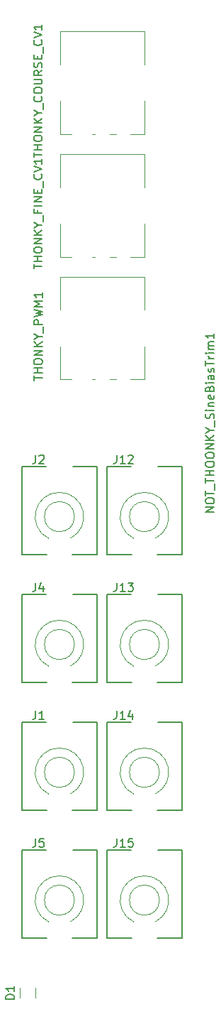
<source format=gbr>
%TF.GenerationSoftware,KiCad,Pcbnew,7.0.2*%
%TF.CreationDate,2023-06-12T17:36:46-04:00*%
%TF.ProjectId,as3340_no_mux,61733333-3430-45f6-9e6f-5f6d75782e6b,rev?*%
%TF.SameCoordinates,Original*%
%TF.FileFunction,Legend,Top*%
%TF.FilePolarity,Positive*%
%FSLAX46Y46*%
G04 Gerber Fmt 4.6, Leading zero omitted, Abs format (unit mm)*
G04 Created by KiCad (PCBNEW 7.0.2) date 2023-06-12 17:36:46*
%MOMM*%
%LPD*%
G01*
G04 APERTURE LIST*
%ADD10C,0.150000*%
%ADD11C,0.200000*%
%ADD12C,0.120000*%
G04 APERTURE END LIST*
D10*
%TO.C,J15*%
X189730476Y-126898619D02*
X189730476Y-127612904D01*
X189730476Y-127612904D02*
X189682857Y-127755761D01*
X189682857Y-127755761D02*
X189587619Y-127851000D01*
X189587619Y-127851000D02*
X189444762Y-127898619D01*
X189444762Y-127898619D02*
X189349524Y-127898619D01*
X190730476Y-127898619D02*
X190159048Y-127898619D01*
X190444762Y-127898619D02*
X190444762Y-126898619D01*
X190444762Y-126898619D02*
X190349524Y-127041476D01*
X190349524Y-127041476D02*
X190254286Y-127136714D01*
X190254286Y-127136714D02*
X190159048Y-127184333D01*
X191635238Y-126898619D02*
X191159048Y-126898619D01*
X191159048Y-126898619D02*
X191111429Y-127374809D01*
X191111429Y-127374809D02*
X191159048Y-127327190D01*
X191159048Y-127327190D02*
X191254286Y-127279571D01*
X191254286Y-127279571D02*
X191492381Y-127279571D01*
X191492381Y-127279571D02*
X191587619Y-127327190D01*
X191587619Y-127327190D02*
X191635238Y-127374809D01*
X191635238Y-127374809D02*
X191682857Y-127470047D01*
X191682857Y-127470047D02*
X191682857Y-127708142D01*
X191682857Y-127708142D02*
X191635238Y-127803380D01*
X191635238Y-127803380D02*
X191587619Y-127851000D01*
X191587619Y-127851000D02*
X191492381Y-127898619D01*
X191492381Y-127898619D02*
X191254286Y-127898619D01*
X191254286Y-127898619D02*
X191159048Y-127851000D01*
X191159048Y-127851000D02*
X191111429Y-127803380D01*
%TO.C,J1*%
X180046666Y-111658619D02*
X180046666Y-112372904D01*
X180046666Y-112372904D02*
X179999047Y-112515761D01*
X179999047Y-112515761D02*
X179903809Y-112611000D01*
X179903809Y-112611000D02*
X179760952Y-112658619D01*
X179760952Y-112658619D02*
X179665714Y-112658619D01*
X181046666Y-112658619D02*
X180475238Y-112658619D01*
X180760952Y-112658619D02*
X180760952Y-111658619D01*
X180760952Y-111658619D02*
X180665714Y-111801476D01*
X180665714Y-111801476D02*
X180570476Y-111896714D01*
X180570476Y-111896714D02*
X180475238Y-111944333D01*
%TO.C,J5*%
X180046666Y-126898619D02*
X180046666Y-127612904D01*
X180046666Y-127612904D02*
X179999047Y-127755761D01*
X179999047Y-127755761D02*
X179903809Y-127851000D01*
X179903809Y-127851000D02*
X179760952Y-127898619D01*
X179760952Y-127898619D02*
X179665714Y-127898619D01*
X180999047Y-126898619D02*
X180522857Y-126898619D01*
X180522857Y-126898619D02*
X180475238Y-127374809D01*
X180475238Y-127374809D02*
X180522857Y-127327190D01*
X180522857Y-127327190D02*
X180618095Y-127279571D01*
X180618095Y-127279571D02*
X180856190Y-127279571D01*
X180856190Y-127279571D02*
X180951428Y-127327190D01*
X180951428Y-127327190D02*
X180999047Y-127374809D01*
X180999047Y-127374809D02*
X181046666Y-127470047D01*
X181046666Y-127470047D02*
X181046666Y-127708142D01*
X181046666Y-127708142D02*
X180999047Y-127803380D01*
X180999047Y-127803380D02*
X180951428Y-127851000D01*
X180951428Y-127851000D02*
X180856190Y-127898619D01*
X180856190Y-127898619D02*
X180618095Y-127898619D01*
X180618095Y-127898619D02*
X180522857Y-127851000D01*
X180522857Y-127851000D02*
X180475238Y-127803380D01*
%TO.C,D1*%
X177482619Y-146026094D02*
X176482619Y-146026094D01*
X176482619Y-146026094D02*
X176482619Y-145787999D01*
X176482619Y-145787999D02*
X176530238Y-145645142D01*
X176530238Y-145645142D02*
X176625476Y-145549904D01*
X176625476Y-145549904D02*
X176720714Y-145502285D01*
X176720714Y-145502285D02*
X176911190Y-145454666D01*
X176911190Y-145454666D02*
X177054047Y-145454666D01*
X177054047Y-145454666D02*
X177244523Y-145502285D01*
X177244523Y-145502285D02*
X177339761Y-145549904D01*
X177339761Y-145549904D02*
X177435000Y-145645142D01*
X177435000Y-145645142D02*
X177482619Y-145787999D01*
X177482619Y-145787999D02*
X177482619Y-146026094D01*
X177482619Y-144502285D02*
X177482619Y-145073713D01*
X177482619Y-144787999D02*
X176482619Y-144787999D01*
X176482619Y-144787999D02*
X176625476Y-144883237D01*
X176625476Y-144883237D02*
X176720714Y-144978475D01*
X176720714Y-144978475D02*
X176768333Y-145073713D01*
%TO.C,J2*%
X180046666Y-81178619D02*
X180046666Y-81892904D01*
X180046666Y-81892904D02*
X179999047Y-82035761D01*
X179999047Y-82035761D02*
X179903809Y-82131000D01*
X179903809Y-82131000D02*
X179760952Y-82178619D01*
X179760952Y-82178619D02*
X179665714Y-82178619D01*
X180475238Y-81273857D02*
X180522857Y-81226238D01*
X180522857Y-81226238D02*
X180618095Y-81178619D01*
X180618095Y-81178619D02*
X180856190Y-81178619D01*
X180856190Y-81178619D02*
X180951428Y-81226238D01*
X180951428Y-81226238D02*
X180999047Y-81273857D01*
X180999047Y-81273857D02*
X181046666Y-81369095D01*
X181046666Y-81369095D02*
X181046666Y-81464333D01*
X181046666Y-81464333D02*
X180999047Y-81607190D01*
X180999047Y-81607190D02*
X180427619Y-82178619D01*
X180427619Y-82178619D02*
X181046666Y-82178619D01*
%TO.C,J12*%
X189730476Y-81178619D02*
X189730476Y-81892904D01*
X189730476Y-81892904D02*
X189682857Y-82035761D01*
X189682857Y-82035761D02*
X189587619Y-82131000D01*
X189587619Y-82131000D02*
X189444762Y-82178619D01*
X189444762Y-82178619D02*
X189349524Y-82178619D01*
X190730476Y-82178619D02*
X190159048Y-82178619D01*
X190444762Y-82178619D02*
X190444762Y-81178619D01*
X190444762Y-81178619D02*
X190349524Y-81321476D01*
X190349524Y-81321476D02*
X190254286Y-81416714D01*
X190254286Y-81416714D02*
X190159048Y-81464333D01*
X191111429Y-81273857D02*
X191159048Y-81226238D01*
X191159048Y-81226238D02*
X191254286Y-81178619D01*
X191254286Y-81178619D02*
X191492381Y-81178619D01*
X191492381Y-81178619D02*
X191587619Y-81226238D01*
X191587619Y-81226238D02*
X191635238Y-81273857D01*
X191635238Y-81273857D02*
X191682857Y-81369095D01*
X191682857Y-81369095D02*
X191682857Y-81464333D01*
X191682857Y-81464333D02*
X191635238Y-81607190D01*
X191635238Y-81607190D02*
X191063810Y-82178619D01*
X191063810Y-82178619D02*
X191682857Y-82178619D01*
%TO.C,THONKY_FINE_CV1*%
X179812619Y-58965237D02*
X179812619Y-58393809D01*
X180812619Y-58679523D02*
X179812619Y-58679523D01*
X180812619Y-58060475D02*
X179812619Y-58060475D01*
X180288809Y-58060475D02*
X180288809Y-57489047D01*
X180812619Y-57489047D02*
X179812619Y-57489047D01*
X179812619Y-56822380D02*
X179812619Y-56631904D01*
X179812619Y-56631904D02*
X179860238Y-56536666D01*
X179860238Y-56536666D02*
X179955476Y-56441428D01*
X179955476Y-56441428D02*
X180145952Y-56393809D01*
X180145952Y-56393809D02*
X180479285Y-56393809D01*
X180479285Y-56393809D02*
X180669761Y-56441428D01*
X180669761Y-56441428D02*
X180765000Y-56536666D01*
X180765000Y-56536666D02*
X180812619Y-56631904D01*
X180812619Y-56631904D02*
X180812619Y-56822380D01*
X180812619Y-56822380D02*
X180765000Y-56917618D01*
X180765000Y-56917618D02*
X180669761Y-57012856D01*
X180669761Y-57012856D02*
X180479285Y-57060475D01*
X180479285Y-57060475D02*
X180145952Y-57060475D01*
X180145952Y-57060475D02*
X179955476Y-57012856D01*
X179955476Y-57012856D02*
X179860238Y-56917618D01*
X179860238Y-56917618D02*
X179812619Y-56822380D01*
X180812619Y-55965237D02*
X179812619Y-55965237D01*
X179812619Y-55965237D02*
X180812619Y-55393809D01*
X180812619Y-55393809D02*
X179812619Y-55393809D01*
X180812619Y-54917618D02*
X179812619Y-54917618D01*
X180812619Y-54346190D02*
X180241190Y-54774761D01*
X179812619Y-54346190D02*
X180384047Y-54917618D01*
X180336428Y-53727142D02*
X180812619Y-53727142D01*
X179812619Y-54060475D02*
X180336428Y-53727142D01*
X180336428Y-53727142D02*
X179812619Y-53393809D01*
X180907857Y-53298571D02*
X180907857Y-52536666D01*
X180288809Y-51965237D02*
X180288809Y-52298570D01*
X180812619Y-52298570D02*
X179812619Y-52298570D01*
X179812619Y-52298570D02*
X179812619Y-51822380D01*
X180812619Y-51441427D02*
X179812619Y-51441427D01*
X180812619Y-50965237D02*
X179812619Y-50965237D01*
X179812619Y-50965237D02*
X180812619Y-50393809D01*
X180812619Y-50393809D02*
X179812619Y-50393809D01*
X180288809Y-49917618D02*
X180288809Y-49584285D01*
X180812619Y-49441428D02*
X180812619Y-49917618D01*
X180812619Y-49917618D02*
X179812619Y-49917618D01*
X179812619Y-49917618D02*
X179812619Y-49441428D01*
X180907857Y-49250952D02*
X180907857Y-48489047D01*
X180717380Y-47679523D02*
X180765000Y-47727142D01*
X180765000Y-47727142D02*
X180812619Y-47869999D01*
X180812619Y-47869999D02*
X180812619Y-47965237D01*
X180812619Y-47965237D02*
X180765000Y-48108094D01*
X180765000Y-48108094D02*
X180669761Y-48203332D01*
X180669761Y-48203332D02*
X180574523Y-48250951D01*
X180574523Y-48250951D02*
X180384047Y-48298570D01*
X180384047Y-48298570D02*
X180241190Y-48298570D01*
X180241190Y-48298570D02*
X180050714Y-48250951D01*
X180050714Y-48250951D02*
X179955476Y-48203332D01*
X179955476Y-48203332D02*
X179860238Y-48108094D01*
X179860238Y-48108094D02*
X179812619Y-47965237D01*
X179812619Y-47965237D02*
X179812619Y-47869999D01*
X179812619Y-47869999D02*
X179860238Y-47727142D01*
X179860238Y-47727142D02*
X179907857Y-47679523D01*
X179812619Y-47393808D02*
X180812619Y-47060475D01*
X180812619Y-47060475D02*
X179812619Y-46727142D01*
X180812619Y-45869999D02*
X180812619Y-46441427D01*
X180812619Y-46155713D02*
X179812619Y-46155713D01*
X179812619Y-46155713D02*
X179955476Y-46250951D01*
X179955476Y-46250951D02*
X180050714Y-46346189D01*
X180050714Y-46346189D02*
X180098333Y-46441427D01*
%TO.C,J13*%
X189730476Y-96418619D02*
X189730476Y-97132904D01*
X189730476Y-97132904D02*
X189682857Y-97275761D01*
X189682857Y-97275761D02*
X189587619Y-97371000D01*
X189587619Y-97371000D02*
X189444762Y-97418619D01*
X189444762Y-97418619D02*
X189349524Y-97418619D01*
X190730476Y-97418619D02*
X190159048Y-97418619D01*
X190444762Y-97418619D02*
X190444762Y-96418619D01*
X190444762Y-96418619D02*
X190349524Y-96561476D01*
X190349524Y-96561476D02*
X190254286Y-96656714D01*
X190254286Y-96656714D02*
X190159048Y-96704333D01*
X191063810Y-96418619D02*
X191682857Y-96418619D01*
X191682857Y-96418619D02*
X191349524Y-96799571D01*
X191349524Y-96799571D02*
X191492381Y-96799571D01*
X191492381Y-96799571D02*
X191587619Y-96847190D01*
X191587619Y-96847190D02*
X191635238Y-96894809D01*
X191635238Y-96894809D02*
X191682857Y-96990047D01*
X191682857Y-96990047D02*
X191682857Y-97228142D01*
X191682857Y-97228142D02*
X191635238Y-97323380D01*
X191635238Y-97323380D02*
X191587619Y-97371000D01*
X191587619Y-97371000D02*
X191492381Y-97418619D01*
X191492381Y-97418619D02*
X191206667Y-97418619D01*
X191206667Y-97418619D02*
X191111429Y-97371000D01*
X191111429Y-97371000D02*
X191063810Y-97323380D01*
%TO.C,J4*%
X180046666Y-96418619D02*
X180046666Y-97132904D01*
X180046666Y-97132904D02*
X179999047Y-97275761D01*
X179999047Y-97275761D02*
X179903809Y-97371000D01*
X179903809Y-97371000D02*
X179760952Y-97418619D01*
X179760952Y-97418619D02*
X179665714Y-97418619D01*
X180951428Y-96751952D02*
X180951428Y-97418619D01*
X180713333Y-96371000D02*
X180475238Y-97085285D01*
X180475238Y-97085285D02*
X181094285Y-97085285D01*
%TO.C,THONKY_COURSE_CV1*%
X179812619Y-45653571D02*
X179812619Y-45082143D01*
X180812619Y-45367857D02*
X179812619Y-45367857D01*
X180812619Y-44748809D02*
X179812619Y-44748809D01*
X180288809Y-44748809D02*
X180288809Y-44177381D01*
X180812619Y-44177381D02*
X179812619Y-44177381D01*
X179812619Y-43510714D02*
X179812619Y-43320238D01*
X179812619Y-43320238D02*
X179860238Y-43225000D01*
X179860238Y-43225000D02*
X179955476Y-43129762D01*
X179955476Y-43129762D02*
X180145952Y-43082143D01*
X180145952Y-43082143D02*
X180479285Y-43082143D01*
X180479285Y-43082143D02*
X180669761Y-43129762D01*
X180669761Y-43129762D02*
X180765000Y-43225000D01*
X180765000Y-43225000D02*
X180812619Y-43320238D01*
X180812619Y-43320238D02*
X180812619Y-43510714D01*
X180812619Y-43510714D02*
X180765000Y-43605952D01*
X180765000Y-43605952D02*
X180669761Y-43701190D01*
X180669761Y-43701190D02*
X180479285Y-43748809D01*
X180479285Y-43748809D02*
X180145952Y-43748809D01*
X180145952Y-43748809D02*
X179955476Y-43701190D01*
X179955476Y-43701190D02*
X179860238Y-43605952D01*
X179860238Y-43605952D02*
X179812619Y-43510714D01*
X180812619Y-42653571D02*
X179812619Y-42653571D01*
X179812619Y-42653571D02*
X180812619Y-42082143D01*
X180812619Y-42082143D02*
X179812619Y-42082143D01*
X180812619Y-41605952D02*
X179812619Y-41605952D01*
X180812619Y-41034524D02*
X180241190Y-41463095D01*
X179812619Y-41034524D02*
X180384047Y-41605952D01*
X180336428Y-40415476D02*
X180812619Y-40415476D01*
X179812619Y-40748809D02*
X180336428Y-40415476D01*
X180336428Y-40415476D02*
X179812619Y-40082143D01*
X180907857Y-39986905D02*
X180907857Y-39225000D01*
X180717380Y-38415476D02*
X180765000Y-38463095D01*
X180765000Y-38463095D02*
X180812619Y-38605952D01*
X180812619Y-38605952D02*
X180812619Y-38701190D01*
X180812619Y-38701190D02*
X180765000Y-38844047D01*
X180765000Y-38844047D02*
X180669761Y-38939285D01*
X180669761Y-38939285D02*
X180574523Y-38986904D01*
X180574523Y-38986904D02*
X180384047Y-39034523D01*
X180384047Y-39034523D02*
X180241190Y-39034523D01*
X180241190Y-39034523D02*
X180050714Y-38986904D01*
X180050714Y-38986904D02*
X179955476Y-38939285D01*
X179955476Y-38939285D02*
X179860238Y-38844047D01*
X179860238Y-38844047D02*
X179812619Y-38701190D01*
X179812619Y-38701190D02*
X179812619Y-38605952D01*
X179812619Y-38605952D02*
X179860238Y-38463095D01*
X179860238Y-38463095D02*
X179907857Y-38415476D01*
X179812619Y-37796428D02*
X179812619Y-37605952D01*
X179812619Y-37605952D02*
X179860238Y-37510714D01*
X179860238Y-37510714D02*
X179955476Y-37415476D01*
X179955476Y-37415476D02*
X180145952Y-37367857D01*
X180145952Y-37367857D02*
X180479285Y-37367857D01*
X180479285Y-37367857D02*
X180669761Y-37415476D01*
X180669761Y-37415476D02*
X180765000Y-37510714D01*
X180765000Y-37510714D02*
X180812619Y-37605952D01*
X180812619Y-37605952D02*
X180812619Y-37796428D01*
X180812619Y-37796428D02*
X180765000Y-37891666D01*
X180765000Y-37891666D02*
X180669761Y-37986904D01*
X180669761Y-37986904D02*
X180479285Y-38034523D01*
X180479285Y-38034523D02*
X180145952Y-38034523D01*
X180145952Y-38034523D02*
X179955476Y-37986904D01*
X179955476Y-37986904D02*
X179860238Y-37891666D01*
X179860238Y-37891666D02*
X179812619Y-37796428D01*
X179812619Y-36939285D02*
X180622142Y-36939285D01*
X180622142Y-36939285D02*
X180717380Y-36891666D01*
X180717380Y-36891666D02*
X180765000Y-36844047D01*
X180765000Y-36844047D02*
X180812619Y-36748809D01*
X180812619Y-36748809D02*
X180812619Y-36558333D01*
X180812619Y-36558333D02*
X180765000Y-36463095D01*
X180765000Y-36463095D02*
X180717380Y-36415476D01*
X180717380Y-36415476D02*
X180622142Y-36367857D01*
X180622142Y-36367857D02*
X179812619Y-36367857D01*
X180812619Y-35320238D02*
X180336428Y-35653571D01*
X180812619Y-35891666D02*
X179812619Y-35891666D01*
X179812619Y-35891666D02*
X179812619Y-35510714D01*
X179812619Y-35510714D02*
X179860238Y-35415476D01*
X179860238Y-35415476D02*
X179907857Y-35367857D01*
X179907857Y-35367857D02*
X180003095Y-35320238D01*
X180003095Y-35320238D02*
X180145952Y-35320238D01*
X180145952Y-35320238D02*
X180241190Y-35367857D01*
X180241190Y-35367857D02*
X180288809Y-35415476D01*
X180288809Y-35415476D02*
X180336428Y-35510714D01*
X180336428Y-35510714D02*
X180336428Y-35891666D01*
X180765000Y-34939285D02*
X180812619Y-34796428D01*
X180812619Y-34796428D02*
X180812619Y-34558333D01*
X180812619Y-34558333D02*
X180765000Y-34463095D01*
X180765000Y-34463095D02*
X180717380Y-34415476D01*
X180717380Y-34415476D02*
X180622142Y-34367857D01*
X180622142Y-34367857D02*
X180526904Y-34367857D01*
X180526904Y-34367857D02*
X180431666Y-34415476D01*
X180431666Y-34415476D02*
X180384047Y-34463095D01*
X180384047Y-34463095D02*
X180336428Y-34558333D01*
X180336428Y-34558333D02*
X180288809Y-34748809D01*
X180288809Y-34748809D02*
X180241190Y-34844047D01*
X180241190Y-34844047D02*
X180193571Y-34891666D01*
X180193571Y-34891666D02*
X180098333Y-34939285D01*
X180098333Y-34939285D02*
X180003095Y-34939285D01*
X180003095Y-34939285D02*
X179907857Y-34891666D01*
X179907857Y-34891666D02*
X179860238Y-34844047D01*
X179860238Y-34844047D02*
X179812619Y-34748809D01*
X179812619Y-34748809D02*
X179812619Y-34510714D01*
X179812619Y-34510714D02*
X179860238Y-34367857D01*
X180288809Y-33939285D02*
X180288809Y-33605952D01*
X180812619Y-33463095D02*
X180812619Y-33939285D01*
X180812619Y-33939285D02*
X179812619Y-33939285D01*
X179812619Y-33939285D02*
X179812619Y-33463095D01*
X180907857Y-33272619D02*
X180907857Y-32510714D01*
X180717380Y-31701190D02*
X180765000Y-31748809D01*
X180765000Y-31748809D02*
X180812619Y-31891666D01*
X180812619Y-31891666D02*
X180812619Y-31986904D01*
X180812619Y-31986904D02*
X180765000Y-32129761D01*
X180765000Y-32129761D02*
X180669761Y-32224999D01*
X180669761Y-32224999D02*
X180574523Y-32272618D01*
X180574523Y-32272618D02*
X180384047Y-32320237D01*
X180384047Y-32320237D02*
X180241190Y-32320237D01*
X180241190Y-32320237D02*
X180050714Y-32272618D01*
X180050714Y-32272618D02*
X179955476Y-32224999D01*
X179955476Y-32224999D02*
X179860238Y-32129761D01*
X179860238Y-32129761D02*
X179812619Y-31986904D01*
X179812619Y-31986904D02*
X179812619Y-31891666D01*
X179812619Y-31891666D02*
X179860238Y-31748809D01*
X179860238Y-31748809D02*
X179907857Y-31701190D01*
X179812619Y-31415475D02*
X180812619Y-31082142D01*
X180812619Y-31082142D02*
X179812619Y-30748809D01*
X180812619Y-29891666D02*
X180812619Y-30463094D01*
X180812619Y-30177380D02*
X179812619Y-30177380D01*
X179812619Y-30177380D02*
X179955476Y-30272618D01*
X179955476Y-30272618D02*
X180050714Y-30367856D01*
X180050714Y-30367856D02*
X180098333Y-30463094D01*
%TO.C,THONKY_PWM1*%
X179817619Y-72275713D02*
X179817619Y-71704285D01*
X180817619Y-71989999D02*
X179817619Y-71989999D01*
X180817619Y-71370951D02*
X179817619Y-71370951D01*
X180293809Y-71370951D02*
X180293809Y-70799523D01*
X180817619Y-70799523D02*
X179817619Y-70799523D01*
X179817619Y-70132856D02*
X179817619Y-69942380D01*
X179817619Y-69942380D02*
X179865238Y-69847142D01*
X179865238Y-69847142D02*
X179960476Y-69751904D01*
X179960476Y-69751904D02*
X180150952Y-69704285D01*
X180150952Y-69704285D02*
X180484285Y-69704285D01*
X180484285Y-69704285D02*
X180674761Y-69751904D01*
X180674761Y-69751904D02*
X180770000Y-69847142D01*
X180770000Y-69847142D02*
X180817619Y-69942380D01*
X180817619Y-69942380D02*
X180817619Y-70132856D01*
X180817619Y-70132856D02*
X180770000Y-70228094D01*
X180770000Y-70228094D02*
X180674761Y-70323332D01*
X180674761Y-70323332D02*
X180484285Y-70370951D01*
X180484285Y-70370951D02*
X180150952Y-70370951D01*
X180150952Y-70370951D02*
X179960476Y-70323332D01*
X179960476Y-70323332D02*
X179865238Y-70228094D01*
X179865238Y-70228094D02*
X179817619Y-70132856D01*
X180817619Y-69275713D02*
X179817619Y-69275713D01*
X179817619Y-69275713D02*
X180817619Y-68704285D01*
X180817619Y-68704285D02*
X179817619Y-68704285D01*
X180817619Y-68228094D02*
X179817619Y-68228094D01*
X180817619Y-67656666D02*
X180246190Y-68085237D01*
X179817619Y-67656666D02*
X180389047Y-68228094D01*
X180341428Y-67037618D02*
X180817619Y-67037618D01*
X179817619Y-67370951D02*
X180341428Y-67037618D01*
X180341428Y-67037618D02*
X179817619Y-66704285D01*
X180912857Y-66609047D02*
X180912857Y-65847142D01*
X180817619Y-65609046D02*
X179817619Y-65609046D01*
X179817619Y-65609046D02*
X179817619Y-65228094D01*
X179817619Y-65228094D02*
X179865238Y-65132856D01*
X179865238Y-65132856D02*
X179912857Y-65085237D01*
X179912857Y-65085237D02*
X180008095Y-65037618D01*
X180008095Y-65037618D02*
X180150952Y-65037618D01*
X180150952Y-65037618D02*
X180246190Y-65085237D01*
X180246190Y-65085237D02*
X180293809Y-65132856D01*
X180293809Y-65132856D02*
X180341428Y-65228094D01*
X180341428Y-65228094D02*
X180341428Y-65609046D01*
X179817619Y-64704284D02*
X180817619Y-64466189D01*
X180817619Y-64466189D02*
X180103333Y-64275713D01*
X180103333Y-64275713D02*
X180817619Y-64085237D01*
X180817619Y-64085237D02*
X179817619Y-63847142D01*
X180817619Y-63466189D02*
X179817619Y-63466189D01*
X179817619Y-63466189D02*
X180531904Y-63132856D01*
X180531904Y-63132856D02*
X179817619Y-62799523D01*
X179817619Y-62799523D02*
X180817619Y-62799523D01*
X180817619Y-61799523D02*
X180817619Y-62370951D01*
X180817619Y-62085237D02*
X179817619Y-62085237D01*
X179817619Y-62085237D02*
X179960476Y-62180475D01*
X179960476Y-62180475D02*
X180055714Y-62275713D01*
X180055714Y-62275713D02*
X180103333Y-62370951D01*
%TO.C,J14*%
X189730476Y-111658619D02*
X189730476Y-112372904D01*
X189730476Y-112372904D02*
X189682857Y-112515761D01*
X189682857Y-112515761D02*
X189587619Y-112611000D01*
X189587619Y-112611000D02*
X189444762Y-112658619D01*
X189444762Y-112658619D02*
X189349524Y-112658619D01*
X190730476Y-112658619D02*
X190159048Y-112658619D01*
X190444762Y-112658619D02*
X190444762Y-111658619D01*
X190444762Y-111658619D02*
X190349524Y-111801476D01*
X190349524Y-111801476D02*
X190254286Y-111896714D01*
X190254286Y-111896714D02*
X190159048Y-111944333D01*
X191587619Y-111991952D02*
X191587619Y-112658619D01*
X191349524Y-111611000D02*
X191111429Y-112325285D01*
X191111429Y-112325285D02*
X191730476Y-112325285D01*
%TO.C,NOT_THOONKY_SineBiasTrim1*%
X201373619Y-87972047D02*
X200373619Y-87972047D01*
X200373619Y-87972047D02*
X201373619Y-87400619D01*
X201373619Y-87400619D02*
X200373619Y-87400619D01*
X200373619Y-86733952D02*
X200373619Y-86543476D01*
X200373619Y-86543476D02*
X200421238Y-86448238D01*
X200421238Y-86448238D02*
X200516476Y-86353000D01*
X200516476Y-86353000D02*
X200706952Y-86305381D01*
X200706952Y-86305381D02*
X201040285Y-86305381D01*
X201040285Y-86305381D02*
X201230761Y-86353000D01*
X201230761Y-86353000D02*
X201326000Y-86448238D01*
X201326000Y-86448238D02*
X201373619Y-86543476D01*
X201373619Y-86543476D02*
X201373619Y-86733952D01*
X201373619Y-86733952D02*
X201326000Y-86829190D01*
X201326000Y-86829190D02*
X201230761Y-86924428D01*
X201230761Y-86924428D02*
X201040285Y-86972047D01*
X201040285Y-86972047D02*
X200706952Y-86972047D01*
X200706952Y-86972047D02*
X200516476Y-86924428D01*
X200516476Y-86924428D02*
X200421238Y-86829190D01*
X200421238Y-86829190D02*
X200373619Y-86733952D01*
X200373619Y-86019666D02*
X200373619Y-85448238D01*
X201373619Y-85733952D02*
X200373619Y-85733952D01*
X201468857Y-85353000D02*
X201468857Y-84591095D01*
X200373619Y-84495856D02*
X200373619Y-83924428D01*
X201373619Y-84210142D02*
X200373619Y-84210142D01*
X201373619Y-83591094D02*
X200373619Y-83591094D01*
X200849809Y-83591094D02*
X200849809Y-83019666D01*
X201373619Y-83019666D02*
X200373619Y-83019666D01*
X200373619Y-82352999D02*
X200373619Y-82162523D01*
X200373619Y-82162523D02*
X200421238Y-82067285D01*
X200421238Y-82067285D02*
X200516476Y-81972047D01*
X200516476Y-81972047D02*
X200706952Y-81924428D01*
X200706952Y-81924428D02*
X201040285Y-81924428D01*
X201040285Y-81924428D02*
X201230761Y-81972047D01*
X201230761Y-81972047D02*
X201326000Y-82067285D01*
X201326000Y-82067285D02*
X201373619Y-82162523D01*
X201373619Y-82162523D02*
X201373619Y-82352999D01*
X201373619Y-82352999D02*
X201326000Y-82448237D01*
X201326000Y-82448237D02*
X201230761Y-82543475D01*
X201230761Y-82543475D02*
X201040285Y-82591094D01*
X201040285Y-82591094D02*
X200706952Y-82591094D01*
X200706952Y-82591094D02*
X200516476Y-82543475D01*
X200516476Y-82543475D02*
X200421238Y-82448237D01*
X200421238Y-82448237D02*
X200373619Y-82352999D01*
X200373619Y-81305380D02*
X200373619Y-81114904D01*
X200373619Y-81114904D02*
X200421238Y-81019666D01*
X200421238Y-81019666D02*
X200516476Y-80924428D01*
X200516476Y-80924428D02*
X200706952Y-80876809D01*
X200706952Y-80876809D02*
X201040285Y-80876809D01*
X201040285Y-80876809D02*
X201230761Y-80924428D01*
X201230761Y-80924428D02*
X201326000Y-81019666D01*
X201326000Y-81019666D02*
X201373619Y-81114904D01*
X201373619Y-81114904D02*
X201373619Y-81305380D01*
X201373619Y-81305380D02*
X201326000Y-81400618D01*
X201326000Y-81400618D02*
X201230761Y-81495856D01*
X201230761Y-81495856D02*
X201040285Y-81543475D01*
X201040285Y-81543475D02*
X200706952Y-81543475D01*
X200706952Y-81543475D02*
X200516476Y-81495856D01*
X200516476Y-81495856D02*
X200421238Y-81400618D01*
X200421238Y-81400618D02*
X200373619Y-81305380D01*
X201373619Y-80448237D02*
X200373619Y-80448237D01*
X200373619Y-80448237D02*
X201373619Y-79876809D01*
X201373619Y-79876809D02*
X200373619Y-79876809D01*
X201373619Y-79400618D02*
X200373619Y-79400618D01*
X201373619Y-78829190D02*
X200802190Y-79257761D01*
X200373619Y-78829190D02*
X200945047Y-79400618D01*
X200897428Y-78210142D02*
X201373619Y-78210142D01*
X200373619Y-78543475D02*
X200897428Y-78210142D01*
X200897428Y-78210142D02*
X200373619Y-77876809D01*
X201468857Y-77781571D02*
X201468857Y-77019666D01*
X201326000Y-76829189D02*
X201373619Y-76686332D01*
X201373619Y-76686332D02*
X201373619Y-76448237D01*
X201373619Y-76448237D02*
X201326000Y-76352999D01*
X201326000Y-76352999D02*
X201278380Y-76305380D01*
X201278380Y-76305380D02*
X201183142Y-76257761D01*
X201183142Y-76257761D02*
X201087904Y-76257761D01*
X201087904Y-76257761D02*
X200992666Y-76305380D01*
X200992666Y-76305380D02*
X200945047Y-76352999D01*
X200945047Y-76352999D02*
X200897428Y-76448237D01*
X200897428Y-76448237D02*
X200849809Y-76638713D01*
X200849809Y-76638713D02*
X200802190Y-76733951D01*
X200802190Y-76733951D02*
X200754571Y-76781570D01*
X200754571Y-76781570D02*
X200659333Y-76829189D01*
X200659333Y-76829189D02*
X200564095Y-76829189D01*
X200564095Y-76829189D02*
X200468857Y-76781570D01*
X200468857Y-76781570D02*
X200421238Y-76733951D01*
X200421238Y-76733951D02*
X200373619Y-76638713D01*
X200373619Y-76638713D02*
X200373619Y-76400618D01*
X200373619Y-76400618D02*
X200421238Y-76257761D01*
X201373619Y-75829189D02*
X200706952Y-75829189D01*
X200373619Y-75829189D02*
X200421238Y-75876808D01*
X200421238Y-75876808D02*
X200468857Y-75829189D01*
X200468857Y-75829189D02*
X200421238Y-75781570D01*
X200421238Y-75781570D02*
X200373619Y-75829189D01*
X200373619Y-75829189D02*
X200468857Y-75829189D01*
X200706952Y-75352999D02*
X201373619Y-75352999D01*
X200802190Y-75352999D02*
X200754571Y-75305380D01*
X200754571Y-75305380D02*
X200706952Y-75210142D01*
X200706952Y-75210142D02*
X200706952Y-75067285D01*
X200706952Y-75067285D02*
X200754571Y-74972047D01*
X200754571Y-74972047D02*
X200849809Y-74924428D01*
X200849809Y-74924428D02*
X201373619Y-74924428D01*
X201326000Y-74067285D02*
X201373619Y-74162523D01*
X201373619Y-74162523D02*
X201373619Y-74352999D01*
X201373619Y-74352999D02*
X201326000Y-74448237D01*
X201326000Y-74448237D02*
X201230761Y-74495856D01*
X201230761Y-74495856D02*
X200849809Y-74495856D01*
X200849809Y-74495856D02*
X200754571Y-74448237D01*
X200754571Y-74448237D02*
X200706952Y-74352999D01*
X200706952Y-74352999D02*
X200706952Y-74162523D01*
X200706952Y-74162523D02*
X200754571Y-74067285D01*
X200754571Y-74067285D02*
X200849809Y-74019666D01*
X200849809Y-74019666D02*
X200945047Y-74019666D01*
X200945047Y-74019666D02*
X201040285Y-74495856D01*
X200849809Y-73257761D02*
X200897428Y-73114904D01*
X200897428Y-73114904D02*
X200945047Y-73067285D01*
X200945047Y-73067285D02*
X201040285Y-73019666D01*
X201040285Y-73019666D02*
X201183142Y-73019666D01*
X201183142Y-73019666D02*
X201278380Y-73067285D01*
X201278380Y-73067285D02*
X201326000Y-73114904D01*
X201326000Y-73114904D02*
X201373619Y-73210142D01*
X201373619Y-73210142D02*
X201373619Y-73591094D01*
X201373619Y-73591094D02*
X200373619Y-73591094D01*
X200373619Y-73591094D02*
X200373619Y-73257761D01*
X200373619Y-73257761D02*
X200421238Y-73162523D01*
X200421238Y-73162523D02*
X200468857Y-73114904D01*
X200468857Y-73114904D02*
X200564095Y-73067285D01*
X200564095Y-73067285D02*
X200659333Y-73067285D01*
X200659333Y-73067285D02*
X200754571Y-73114904D01*
X200754571Y-73114904D02*
X200802190Y-73162523D01*
X200802190Y-73162523D02*
X200849809Y-73257761D01*
X200849809Y-73257761D02*
X200849809Y-73591094D01*
X201373619Y-72591094D02*
X200706952Y-72591094D01*
X200373619Y-72591094D02*
X200421238Y-72638713D01*
X200421238Y-72638713D02*
X200468857Y-72591094D01*
X200468857Y-72591094D02*
X200421238Y-72543475D01*
X200421238Y-72543475D02*
X200373619Y-72591094D01*
X200373619Y-72591094D02*
X200468857Y-72591094D01*
X201373619Y-71686333D02*
X200849809Y-71686333D01*
X200849809Y-71686333D02*
X200754571Y-71733952D01*
X200754571Y-71733952D02*
X200706952Y-71829190D01*
X200706952Y-71829190D02*
X200706952Y-72019666D01*
X200706952Y-72019666D02*
X200754571Y-72114904D01*
X201326000Y-71686333D02*
X201373619Y-71781571D01*
X201373619Y-71781571D02*
X201373619Y-72019666D01*
X201373619Y-72019666D02*
X201326000Y-72114904D01*
X201326000Y-72114904D02*
X201230761Y-72162523D01*
X201230761Y-72162523D02*
X201135523Y-72162523D01*
X201135523Y-72162523D02*
X201040285Y-72114904D01*
X201040285Y-72114904D02*
X200992666Y-72019666D01*
X200992666Y-72019666D02*
X200992666Y-71781571D01*
X200992666Y-71781571D02*
X200945047Y-71686333D01*
X201326000Y-71257761D02*
X201373619Y-71162523D01*
X201373619Y-71162523D02*
X201373619Y-70972047D01*
X201373619Y-70972047D02*
X201326000Y-70876809D01*
X201326000Y-70876809D02*
X201230761Y-70829190D01*
X201230761Y-70829190D02*
X201183142Y-70829190D01*
X201183142Y-70829190D02*
X201087904Y-70876809D01*
X201087904Y-70876809D02*
X201040285Y-70972047D01*
X201040285Y-70972047D02*
X201040285Y-71114904D01*
X201040285Y-71114904D02*
X200992666Y-71210142D01*
X200992666Y-71210142D02*
X200897428Y-71257761D01*
X200897428Y-71257761D02*
X200849809Y-71257761D01*
X200849809Y-71257761D02*
X200754571Y-71210142D01*
X200754571Y-71210142D02*
X200706952Y-71114904D01*
X200706952Y-71114904D02*
X200706952Y-70972047D01*
X200706952Y-70972047D02*
X200754571Y-70876809D01*
X200373619Y-70543475D02*
X200373619Y-69972047D01*
X201373619Y-70257761D02*
X200373619Y-70257761D01*
X201373619Y-69638713D02*
X200706952Y-69638713D01*
X200897428Y-69638713D02*
X200802190Y-69591094D01*
X200802190Y-69591094D02*
X200754571Y-69543475D01*
X200754571Y-69543475D02*
X200706952Y-69448237D01*
X200706952Y-69448237D02*
X200706952Y-69352999D01*
X201373619Y-69019665D02*
X200706952Y-69019665D01*
X200373619Y-69019665D02*
X200421238Y-69067284D01*
X200421238Y-69067284D02*
X200468857Y-69019665D01*
X200468857Y-69019665D02*
X200421238Y-68972046D01*
X200421238Y-68972046D02*
X200373619Y-69019665D01*
X200373619Y-69019665D02*
X200468857Y-69019665D01*
X201373619Y-68543475D02*
X200706952Y-68543475D01*
X200802190Y-68543475D02*
X200754571Y-68495856D01*
X200754571Y-68495856D02*
X200706952Y-68400618D01*
X200706952Y-68400618D02*
X200706952Y-68257761D01*
X200706952Y-68257761D02*
X200754571Y-68162523D01*
X200754571Y-68162523D02*
X200849809Y-68114904D01*
X200849809Y-68114904D02*
X201373619Y-68114904D01*
X200849809Y-68114904D02*
X200754571Y-68067285D01*
X200754571Y-68067285D02*
X200706952Y-67972047D01*
X200706952Y-67972047D02*
X200706952Y-67829190D01*
X200706952Y-67829190D02*
X200754571Y-67733951D01*
X200754571Y-67733951D02*
X200849809Y-67686332D01*
X200849809Y-67686332D02*
X201373619Y-67686332D01*
X201373619Y-66686333D02*
X201373619Y-67257761D01*
X201373619Y-66972047D02*
X200373619Y-66972047D01*
X200373619Y-66972047D02*
X200516476Y-67067285D01*
X200516476Y-67067285D02*
X200611714Y-67162523D01*
X200611714Y-67162523D02*
X200659333Y-67257761D01*
D11*
%TO.C,J15*%
X188540000Y-128236000D02*
X191440000Y-128236000D01*
X188540000Y-138736000D02*
X188540000Y-128236000D01*
X188540000Y-138736000D02*
X191540000Y-138736000D01*
X194540000Y-138736000D02*
X197540000Y-138736000D01*
X194640000Y-128236000D02*
X197540000Y-128236000D01*
X197540000Y-138736000D02*
X197540000Y-128236000D01*
D12*
X193040000Y-131341000D02*
G75*
G03*
X191743737Y-136824576I0J-2895000D01*
G01*
X194336263Y-136824576D02*
G75*
G03*
X193040000Y-131341000I-1296263J2588576D01*
G01*
X194840000Y-134236000D02*
G75*
G03*
X194840000Y-134236000I-1800000J0D01*
G01*
D11*
%TO.C,J1*%
X178380000Y-112996000D02*
X181280000Y-112996000D01*
X178380000Y-123496000D02*
X178380000Y-112996000D01*
X178380000Y-123496000D02*
X181380000Y-123496000D01*
X184380000Y-123496000D02*
X187380000Y-123496000D01*
X184480000Y-112996000D02*
X187380000Y-112996000D01*
X187380000Y-123496000D02*
X187380000Y-112996000D01*
D12*
X182880000Y-116101000D02*
G75*
G03*
X181583737Y-121584576I0J-2895000D01*
G01*
X184176263Y-121584576D02*
G75*
G03*
X182880000Y-116101000I-1296263J2588576D01*
G01*
X184680000Y-118996000D02*
G75*
G03*
X184680000Y-118996000I-1800000J0D01*
G01*
D11*
%TO.C,J5*%
X178380000Y-128236000D02*
X181280000Y-128236000D01*
X178380000Y-138736000D02*
X178380000Y-128236000D01*
X178380000Y-138736000D02*
X181380000Y-138736000D01*
X184380000Y-138736000D02*
X187380000Y-138736000D01*
X184480000Y-128236000D02*
X187380000Y-128236000D01*
X187380000Y-138736000D02*
X187380000Y-128236000D01*
D12*
X182880000Y-131341000D02*
G75*
G03*
X181583737Y-136824576I0J-2895000D01*
G01*
X184176263Y-136824576D02*
G75*
G03*
X182880000Y-131341000I-1296263J2588576D01*
G01*
X184680000Y-134236000D02*
G75*
G03*
X184680000Y-134236000I-1800000J0D01*
G01*
%TO.C,D1*%
X178150000Y-145917000D02*
X178150000Y-144659000D01*
X179990000Y-145917000D02*
X179990000Y-144659000D01*
D11*
%TO.C,J2*%
X178380000Y-82516000D02*
X181280000Y-82516000D01*
X178380000Y-93016000D02*
X178380000Y-82516000D01*
X178380000Y-93016000D02*
X181380000Y-93016000D01*
X184380000Y-93016000D02*
X187380000Y-93016000D01*
X184480000Y-82516000D02*
X187380000Y-82516000D01*
X187380000Y-93016000D02*
X187380000Y-82516000D01*
D12*
X182880000Y-85621000D02*
G75*
G03*
X181583737Y-91104576I0J-2895000D01*
G01*
X184176263Y-91104576D02*
G75*
G03*
X182880000Y-85621000I-1296263J2588576D01*
G01*
X184680000Y-88516000D02*
G75*
G03*
X184680000Y-88516000I-1800000J0D01*
G01*
D11*
%TO.C,J12*%
X188540000Y-82516000D02*
X191440000Y-82516000D01*
X188540000Y-93016000D02*
X188540000Y-82516000D01*
X188540000Y-93016000D02*
X191540000Y-93016000D01*
X194540000Y-93016000D02*
X197540000Y-93016000D01*
X194640000Y-82516000D02*
X197540000Y-82516000D01*
X197540000Y-93016000D02*
X197540000Y-82516000D01*
D12*
X193040000Y-85621000D02*
G75*
G03*
X191743737Y-91104576I0J-2895000D01*
G01*
X194336263Y-91104576D02*
G75*
G03*
X193040000Y-85621000I-1296263J2588576D01*
G01*
X194840000Y-88516000D02*
G75*
G03*
X194840000Y-88516000I-1800000J0D01*
G01*
%TO.C,THONKY_FINE_CV1*%
X182979000Y-57540000D02*
X184300000Y-57540000D01*
X182979000Y-57540000D02*
X182979000Y-53603000D01*
X186750000Y-57540000D02*
X187130000Y-57540000D01*
X188871000Y-57540000D02*
X189630000Y-57540000D01*
X191370000Y-57540000D02*
X193020000Y-57540000D01*
X193020000Y-57540000D02*
X193020000Y-53603000D01*
X182979000Y-49236000D02*
X182979000Y-45300000D01*
X193020000Y-49236000D02*
X193020000Y-45300000D01*
X182979000Y-45300000D02*
X193020000Y-45300000D01*
D11*
%TO.C,J13*%
X188540000Y-97756000D02*
X191440000Y-97756000D01*
X188540000Y-108256000D02*
X188540000Y-97756000D01*
X188540000Y-108256000D02*
X191540000Y-108256000D01*
X194540000Y-108256000D02*
X197540000Y-108256000D01*
X194640000Y-97756000D02*
X197540000Y-97756000D01*
X197540000Y-108256000D02*
X197540000Y-97756000D01*
D12*
X193040000Y-100861000D02*
G75*
G03*
X191743737Y-106344576I0J-2895000D01*
G01*
X194336263Y-106344576D02*
G75*
G03*
X193040000Y-100861000I-1296263J2588576D01*
G01*
X194840000Y-103756000D02*
G75*
G03*
X194840000Y-103756000I-1800000J0D01*
G01*
D11*
%TO.C,J4*%
X178380000Y-97756000D02*
X181280000Y-97756000D01*
X178380000Y-108256000D02*
X178380000Y-97756000D01*
X178380000Y-108256000D02*
X181380000Y-108256000D01*
X184380000Y-108256000D02*
X187380000Y-108256000D01*
X184480000Y-97756000D02*
X187380000Y-97756000D01*
X187380000Y-108256000D02*
X187380000Y-97756000D01*
D12*
X182880000Y-100861000D02*
G75*
G03*
X181583737Y-106344576I0J-2895000D01*
G01*
X184176263Y-106344576D02*
G75*
G03*
X182880000Y-100861000I-1296263J2588576D01*
G01*
X184680000Y-103756000D02*
G75*
G03*
X184680000Y-103756000I-1800000J0D01*
G01*
%TO.C,THONKY_COURSE_CV1*%
X182979000Y-42895000D02*
X184300000Y-42895000D01*
X182979000Y-42895000D02*
X182979000Y-38958000D01*
X186750000Y-42895000D02*
X187130000Y-42895000D01*
X188871000Y-42895000D02*
X189630000Y-42895000D01*
X191370000Y-42895000D02*
X193020000Y-42895000D01*
X193020000Y-42895000D02*
X193020000Y-38958000D01*
X182979000Y-34591000D02*
X182979000Y-30655000D01*
X193020000Y-34591000D02*
X193020000Y-30655000D01*
X182979000Y-30655000D02*
X193020000Y-30655000D01*
%TO.C,THONKY_PWM1*%
X182984000Y-72160000D02*
X184305000Y-72160000D01*
X182984000Y-72160000D02*
X182984000Y-68223000D01*
X186755000Y-72160000D02*
X187135000Y-72160000D01*
X188876000Y-72160000D02*
X189635000Y-72160000D01*
X191375000Y-72160000D02*
X193025000Y-72160000D01*
X193025000Y-72160000D02*
X193025000Y-68223000D01*
X182984000Y-63856000D02*
X182984000Y-59920000D01*
X193025000Y-63856000D02*
X193025000Y-59920000D01*
X182984000Y-59920000D02*
X193025000Y-59920000D01*
D11*
%TO.C,J14*%
X188540000Y-112996000D02*
X191440000Y-112996000D01*
X188540000Y-123496000D02*
X188540000Y-112996000D01*
X188540000Y-123496000D02*
X191540000Y-123496000D01*
X194540000Y-123496000D02*
X197540000Y-123496000D01*
X194640000Y-112996000D02*
X197540000Y-112996000D01*
X197540000Y-123496000D02*
X197540000Y-112996000D01*
D12*
X193040000Y-116101000D02*
G75*
G03*
X191743737Y-121584576I0J-2895000D01*
G01*
X194336263Y-121584576D02*
G75*
G03*
X193040000Y-116101000I-1296263J2588576D01*
G01*
X194840000Y-118996000D02*
G75*
G03*
X194840000Y-118996000I-1800000J0D01*
G01*
%TD*%
M02*

</source>
